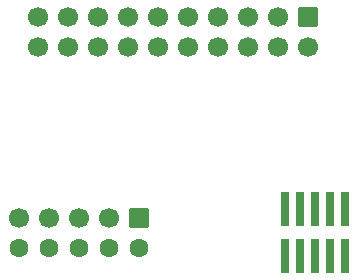
<source format=gts>
%TF.GenerationSoftware,KiCad,Pcbnew,8.0.8*%
%TF.CreationDate,2025-02-20T14:02:34+09:00*%
%TF.ProjectId,CABLE-ADAPTER-SEGGER,4341424c-452d-4414-9441-505445522d53,rev?*%
%TF.SameCoordinates,PX3938700PY42c1d80*%
%TF.FileFunction,Soldermask,Top*%
%TF.FilePolarity,Negative*%
%FSLAX46Y46*%
G04 Gerber Fmt 4.6, Leading zero omitted, Abs format (unit mm)*
G04 Created by KiCad (PCBNEW 8.0.8) date 2025-02-20 14:02:34*
%MOMM*%
%LPD*%
G01*
G04 APERTURE LIST*
G04 Aperture macros list*
%AMRoundRect*
0 Rectangle with rounded corners*
0 $1 Rounding radius*
0 $2 $3 $4 $5 $6 $7 $8 $9 X,Y pos of 4 corners*
0 Add a 4 corners polygon primitive as box body*
4,1,4,$2,$3,$4,$5,$6,$7,$8,$9,$2,$3,0*
0 Add four circle primitives for the rounded corners*
1,1,$1+$1,$2,$3*
1,1,$1+$1,$4,$5*
1,1,$1+$1,$6,$7*
1,1,$1+$1,$8,$9*
0 Add four rect primitives between the rounded corners*
20,1,$1+$1,$2,$3,$4,$5,0*
20,1,$1+$1,$4,$5,$6,$7,0*
20,1,$1+$1,$6,$7,$8,$9,0*
20,1,$1+$1,$8,$9,$2,$3,0*%
G04 Aperture macros list end*
%ADD10RoundRect,0.050000X0.800000X0.800000X-0.800000X0.800000X-0.800000X-0.800000X0.800000X-0.800000X0*%
%ADD11C,1.600000*%
%ADD12C,1.700000*%
%ADD13RoundRect,0.100000X0.750000X0.750000X-0.750000X0.750000X-0.750000X-0.750000X0.750000X-0.750000X0*%
%ADD14RoundRect,0.050000X0.325000X1.385000X-0.325000X1.385000X-0.325000X-1.385000X0.325000X-1.385000X0*%
G04 APERTURE END LIST*
D10*
%TO.C,CN3*%
X17080000Y7270000D03*
D11*
X17080000Y4730000D03*
D12*
X14540000Y7270000D03*
D11*
X14540000Y4730000D03*
D12*
X12000000Y7270000D03*
D11*
X12000000Y4730000D03*
D12*
X9460000Y7270000D03*
D11*
X9460000Y4730000D03*
D12*
X6920000Y7270000D03*
D11*
X6920000Y4730000D03*
%TD*%
D13*
%TO.C,CN1*%
X31430000Y24270000D03*
D12*
X31430000Y21730000D03*
X28890000Y24270000D03*
X28890000Y21730000D03*
X26350000Y24270000D03*
X26350000Y21730000D03*
X23810000Y24270000D03*
X23810000Y21730000D03*
X21270000Y24270000D03*
X21270000Y21730000D03*
X18730000Y24270000D03*
X18730000Y21730000D03*
X16190000Y24270000D03*
X16190000Y21730000D03*
X13650000Y24270000D03*
X13650000Y21730000D03*
X11110000Y24270000D03*
X11110000Y21730000D03*
X8570000Y24270000D03*
X8570000Y21730000D03*
%TD*%
D14*
%TO.C,CN2*%
X34540000Y8000000D03*
X34540000Y4000000D03*
X33270000Y8000000D03*
X33270000Y4000000D03*
X32000000Y8000000D03*
X32000000Y4000000D03*
X30730000Y8000000D03*
X30730000Y4000000D03*
X29460000Y8000000D03*
X29460000Y4000000D03*
%TD*%
M02*

</source>
